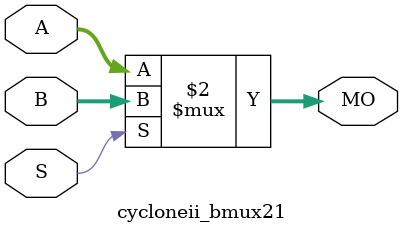
<source format=v>
module cycloneii_bmux21 (MO, A, B, S);
   input [15:0] A, B;
   input 	S;
   output [15:0] MO; 
   assign MO = (S == 1) ? B : A; 
endmodule
</source>
